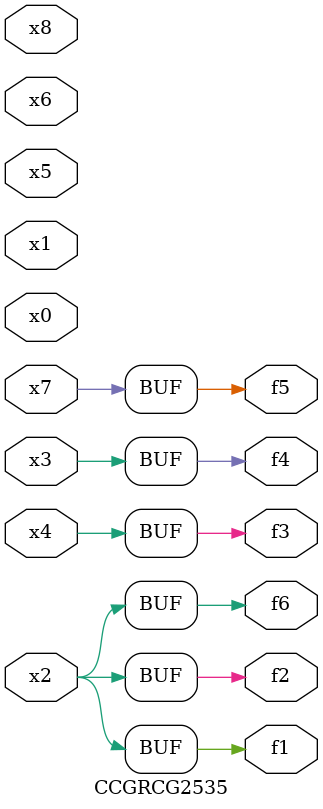
<source format=v>
module CCGRCG2535(
	input x0, x1, x2, x3, x4, x5, x6, x7, x8,
	output f1, f2, f3, f4, f5, f6
);
	assign f1 = x2;
	assign f2 = x2;
	assign f3 = x4;
	assign f4 = x3;
	assign f5 = x7;
	assign f6 = x2;
endmodule

</source>
